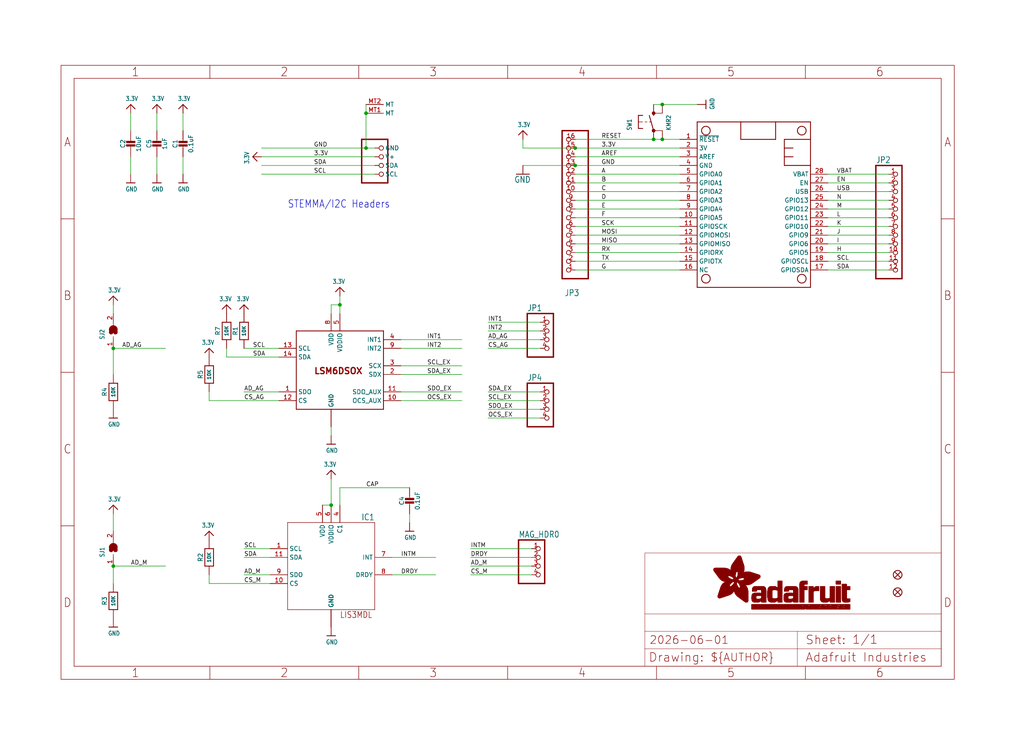
<source format=kicad_sch>
(kicad_sch (version 20230121) (generator eeschema)
  (paper "User" 298.45 217.322)
  (lib_symbols
    (symbol "working-eagle-import:3.3V" (power)
      (property "Value" "3.3V" (at -1.524 1.016 0))
      (symbol "3.3V_1_0"
        (pin power_in line (at 0 -2.54 90) (length 2.54) (name "3.3V") (number "1"))
      )
    )
    (symbol "working-eagle-import:CAP_CERAMIC0603_NO"
      (property "Reference" "C" (at -2.29 1.25 90))
      (symbol "CAP_CERAMIC0603_NO_1_0"
        (pin passive line (at 0 5.08 270) (length 2.54) (name "1") (number "1"))
        (pin passive line (at 0 -2.54 90) (length 2.54) (name "2") (number "2"))
      )
    )
    (symbol "working-eagle-import:CAP_CERAMIC0805-NOOUTLINE"
      (property "Reference" "C" (at -2.29 1.25 90))
      (symbol "CAP_CERAMIC0805-NOOUTLINE_1_0"
        (pin passive line (at 0 5.08 270) (length 2.54) (name "1") (number "1"))
        (pin passive line (at 0 -2.54 90) (length 2.54) (name "2") (number "2"))
      )
    )
    (symbol "working-eagle-import:FEATHERWING"
      (symbol "FEATHERWING_1_0"
        (pin input line (at 5.08 -5.08 90) (length 5.08) (name "~{RESET}") (number "1"))
        (pin bidirectional line (at 27.94 -5.08 90) (length 5.08) (name "GPIOA5") (number "10"))
        (pin bidirectional line (at 30.48 -5.08 90) (length 5.08) (name "GPIOSCK") (number "11"))
        (pin bidirectional line (at 33.02 -5.08 90) (length 5.08) (name "GPIOMOSI") (number "12"))
        (pin bidirectional line (at 35.56 -5.08 90) (length 5.08) (name "GPIOMISO") (number "13"))
        (pin bidirectional line (at 38.1 -5.08 90) (length 5.08) (name "GPIORX") (number "14"))
        (pin bidirectional line (at 40.64 -5.08 90) (length 5.08) (name "GPIOTX") (number "15"))
        (pin passive line (at 43.18 -5.08 90) (length 5.08) (name "NC") (number "16"))
        (pin bidirectional line (at 43.18 38.1 270) (length 5.08) (name "GPIOSDA") (number "17"))
        (pin bidirectional line (at 40.64 38.1 270) (length 5.08) (name "GPIOSCL") (number "18"))
        (pin bidirectional line (at 38.1 38.1 270) (length 5.08) (name "GPIO5") (number "19"))
        (pin power_in line (at 7.62 -5.08 90) (length 5.08) (name "3V") (number "2"))
        (pin bidirectional line (at 35.56 38.1 270) (length 5.08) (name "GPIO6") (number "20"))
        (pin bidirectional line (at 33.02 38.1 270) (length 5.08) (name "GPIO9") (number "21"))
        (pin bidirectional line (at 30.48 38.1 270) (length 5.08) (name "GPIO10") (number "22"))
        (pin bidirectional line (at 27.94 38.1 270) (length 5.08) (name "GPIO11") (number "23"))
        (pin bidirectional line (at 25.4 38.1 270) (length 5.08) (name "GPIO12") (number "24"))
        (pin bidirectional line (at 22.86 38.1 270) (length 5.08) (name "GPIO13") (number "25"))
        (pin power_in line (at 20.32 38.1 270) (length 5.08) (name "USB") (number "26"))
        (pin passive line (at 17.78 38.1 270) (length 5.08) (name "EN") (number "27"))
        (pin power_in line (at 15.24 38.1 270) (length 5.08) (name "VBAT") (number "28"))
        (pin passive line (at 10.16 -5.08 90) (length 5.08) (name "AREF") (number "3"))
        (pin power_in line (at 12.7 -5.08 90) (length 5.08) (name "GND") (number "4"))
        (pin bidirectional line (at 15.24 -5.08 90) (length 5.08) (name "GPIOA0") (number "5"))
        (pin bidirectional line (at 17.78 -5.08 90) (length 5.08) (name "GPIOA1") (number "6"))
        (pin bidirectional line (at 20.32 -5.08 90) (length 5.08) (name "GPIOA2") (number "7"))
        (pin bidirectional line (at 22.86 -5.08 90) (length 5.08) (name "GPIOA3") (number "8"))
        (pin bidirectional line (at 25.4 -5.08 90) (length 5.08) (name "GPIOA4") (number "9"))
      )
    )
    (symbol "working-eagle-import:FIDUCIAL_1MM")
    (symbol "working-eagle-import:FRAME_A4_ADAFRUIT"
      (symbol "FRAME_A4_ADAFRUIT_1_0"
        (text "${#}/${##}" (at 230.505 10.16 0) (effects (font (size 2.54 2.54)) (justify left bottom)))
        (text "${AUTHOR}" (at 189.23 5.08 0) (effects (font (size 2.286 2.286)) (justify left bottom)))
        (text "${CURRENT_DATE}" (at 171.45 10.16 0) (effects (font (size 2.286 2.286)) (justify left bottom)))
        (text "${PROJECTNAME}" (at 171.45 15.24 0) (effects (font (size 2.54 2.54)) (justify left bottom)))
        (text "1" (at 21.6958 1.905 0) (effects (font (size 2.54 2.286))))
        (text "1" (at 21.6958 177.165 0) (effects (font (size 2.54 2.286))))
        (text "2" (at 65.0875 1.905 0) (effects (font (size 2.54 2.286))))
        (text "2" (at 65.0875 177.165 0) (effects (font (size 2.54 2.286))))
        (text "3" (at 108.4792 1.905 0) (effects (font (size 2.54 2.286))))
        (text "3" (at 108.4792 177.165 0) (effects (font (size 2.54 2.286))))
        (text "4" (at 151.8708 1.905 0) (effects (font (size 2.54 2.286))))
        (text "4" (at 151.8708 177.165 0) (effects (font (size 2.54 2.286))))
        (text "5" (at 195.2625 1.905 0) (effects (font (size 2.54 2.286))))
        (text "5" (at 195.2625 177.165 0) (effects (font (size 2.54 2.286))))
        (text "6" (at 238.6542 1.905 0) (effects (font (size 2.54 2.286))))
        (text "6" (at 238.6542 177.165 0) (effects (font (size 2.54 2.286))))
        (text "A" (at 1.905 156.6863 0) (effects (font (size 2.54 2.286))))
        (text "A" (at 258.445 156.6863 0) (effects (font (size 2.54 2.286))))
        (text "Adafruit Industries" (at 216.916 4.953 0) (effects (font (size 2.54 2.54)) (justify left bottom)))
        (text "B" (at 1.905 111.9188 0) (effects (font (size 2.54 2.286))))
        (text "B" (at 258.445 111.9188 0) (effects (font (size 2.54 2.286))))
        (text "C" (at 1.905 67.1513 0) (effects (font (size 2.54 2.286))))
        (text "C" (at 258.445 67.1513 0) (effects (font (size 2.54 2.286))))
        (text "D" (at 1.905 22.3838 0) (effects (font (size 2.54 2.286))))
        (text "D" (at 258.445 22.3838 0) (effects (font (size 2.54 2.286))))
        (text "Drawing:" (at 171.196 4.953 0) (effects (font (size 2.54 2.54)) (justify left bottom)))
        (text "Sheet:" (at 216.916 10.033 0) (effects (font (size 2.54 2.54)) (justify left bottom)))
      )
    )
    (symbol "working-eagle-import:GND" (power)
      (property "Value" "GND" (at -1.524 -2.54 0))
      (symbol "GND_1_0"
        (pin power_in line (at 0 2.54 270) (length 2.54) (name "GND") (number "1"))
      )
    )
    (symbol "working-eagle-import:HEADER-1X12"
      (property "Reference" "JP" (at -6.35 18.415 0))
      (symbol "HEADER-1X12_1_0"
        (pin passive inverted (at -2.54 15.24 0) (length 2.54) (name "1") (number "1"))
        (pin passive inverted (at -2.54 -7.62 0) (length 2.54) (name "10") (number "10"))
        (pin passive inverted (at -2.54 -10.16 0) (length 2.54) (name "11") (number "11"))
        (pin passive inverted (at -2.54 -12.7 0) (length 2.54) (name "12") (number "12"))
        (pin passive inverted (at -2.54 12.7 0) (length 2.54) (name "2") (number "2"))
        (pin passive inverted (at -2.54 10.16 0) (length 2.54) (name "3") (number "3"))
        (pin passive inverted (at -2.54 7.62 0) (length 2.54) (name "4") (number "4"))
        (pin passive inverted (at -2.54 5.08 0) (length 2.54) (name "5") (number "5"))
        (pin passive inverted (at -2.54 2.54 0) (length 2.54) (name "6") (number "6"))
        (pin passive inverted (at -2.54 0 0) (length 2.54) (name "7") (number "7"))
        (pin passive inverted (at -2.54 -2.54 0) (length 2.54) (name "8") (number "8"))
        (pin passive inverted (at -2.54 -5.08 0) (length 2.54) (name "9") (number "9"))
      )
    )
    (symbol "working-eagle-import:HEADER-1X16ROUND"
      (property "Reference" "JP" (at -6.35 20.955 0))
      (symbol "HEADER-1X16ROUND_1_0"
        (pin passive inverted (at -2.54 17.78 0) (length 2.54) (name "1") (number "1"))
        (pin passive inverted (at -2.54 -5.08 0) (length 2.54) (name "10") (number "10"))
        (pin passive inverted (at -2.54 -7.62 0) (length 2.54) (name "11") (number "11"))
        (pin passive inverted (at -2.54 -10.16 0) (length 2.54) (name "12") (number "12"))
        (pin passive inverted (at -2.54 -12.7 0) (length 2.54) (name "13") (number "13"))
        (pin passive inverted (at -2.54 -15.24 0) (length 2.54) (name "14") (number "14"))
        (pin passive inverted (at -2.54 -17.78 0) (length 2.54) (name "15") (number "15"))
        (pin passive inverted (at -2.54 -20.32 0) (length 2.54) (name "16") (number "16"))
        (pin passive inverted (at -2.54 15.24 0) (length 2.54) (name "2") (number "2"))
        (pin passive inverted (at -2.54 12.7 0) (length 2.54) (name "3") (number "3"))
        (pin passive inverted (at -2.54 10.16 0) (length 2.54) (name "4") (number "4"))
        (pin passive inverted (at -2.54 7.62 0) (length 2.54) (name "5") (number "5"))
        (pin passive inverted (at -2.54 5.08 0) (length 2.54) (name "6") (number "6"))
        (pin passive inverted (at -2.54 2.54 0) (length 2.54) (name "7") (number "7"))
        (pin passive inverted (at -2.54 0 0) (length 2.54) (name "8") (number "8"))
        (pin passive inverted (at -2.54 -2.54 0) (length 2.54) (name "9") (number "9"))
      )
    )
    (symbol "working-eagle-import:HEADER-1X4ROUND"
      (property "Reference" "JP" (at -6.35 8.255 0))
      (symbol "HEADER-1X4ROUND_1_0"
        (pin passive inverted (at -2.54 5.08 0) (length 2.54) (name "1") (number "1"))
        (pin passive inverted (at -2.54 2.54 0) (length 2.54) (name "2") (number "2"))
        (pin passive inverted (at -2.54 0 0) (length 2.54) (name "3") (number "3"))
        (pin passive inverted (at -2.54 -2.54 0) (length 2.54) (name "4") (number "4"))
      )
    )
    (symbol "working-eagle-import:LIS3MDL"
      (property "Reference" "IC" (at 12.7 15.24 0))
      (symbol "LIS3MDL_1_0"
        (text "LIS3MDL" (at 2.54 -15.24 0) (effects (font (size 1.778 1.5113)) (justify left bottom)))
        (pin input line (at -17.78 5.08 0) (length 5.08) (name "SCL") (number "1"))
        (pin input line (at -17.78 -5.08 0) (length 5.08) (name "CS") (number "10"))
        (pin bidirectional line (at -17.78 2.54 0) (length 5.08) (name "SDA") (number "11"))
        (pin power_in line (at 0 -17.78 90) (length 5.08) (name "GND") (number "12"))
        (pin power_in line (at 0 -17.78 90) (length 5.08) (name "GND") (number "2"))
        (pin power_in line (at 0 -17.78 90) (length 5.08) (name "GND") (number "3"))
        (pin input line (at 2.54 17.78 270) (length 5.08) (name "C1") (number "4"))
        (pin power_in line (at -2.54 17.78 270) (length 5.08) (name "VDD") (number "5"))
        (pin power_in line (at 0 17.78 270) (length 5.08) (name "VDDIO") (number "6"))
        (pin output line (at 17.78 2.54 180) (length 5.08) (name "INT") (number "7"))
        (pin output line (at 17.78 -2.54 180) (length 5.08) (name "DRDY") (number "8"))
        (pin bidirectional line (at -17.78 -2.54 0) (length 5.08) (name "SDO") (number "9"))
      )
    )
    (symbol "working-eagle-import:LSM6DSOX"
      (symbol "LSM6DSOX_1_0"
        (text "LSM6DSOX" (at -5.08 -2.54 0) (effects (font (size 1.778 1.778) (thickness 0.3556) bold) (justify left bottom)))
        (pin bidirectional line (at -15.24 -7.62 0) (length 5.08) (name "SDO") (number "1"))
        (pin bidirectional line (at 20.32 -10.16 180) (length 5.08) (name "OCS_AUX") (number "10"))
        (pin bidirectional line (at 20.32 -7.62 180) (length 5.08) (name "SDO_AUX") (number "11"))
        (pin bidirectional line (at -15.24 -10.16 0) (length 5.08) (name "CS") (number "12"))
        (pin bidirectional line (at -15.24 5.08 0) (length 5.08) (name "SCL") (number "13"))
        (pin bidirectional line (at -15.24 2.54 0) (length 5.08) (name "SDA") (number "14"))
        (pin bidirectional line (at 20.32 -2.54 180) (length 5.08) (name "SDX") (number "2"))
        (pin bidirectional line (at 20.32 0 180) (length 5.08) (name "SCX") (number "3"))
        (pin bidirectional line (at 20.32 7.62 180) (length 5.08) (name "INT1") (number "4"))
        (pin power_in line (at 2.54 15.24 270) (length 5.08) (name "VDDIO") (number "5"))
        (pin power_in line (at 0 -17.78 90) (length 5.08) (name "GND") (number "6"))
        (pin power_in line (at 0 -17.78 90) (length 5.08) (name "GND") (number "7"))
        (pin power_in line (at 0 15.24 270) (length 5.08) (name "VDD") (number "8"))
        (pin bidirectional line (at 20.32 5.08 180) (length 5.08) (name "INT2") (number "9"))
      )
    )
    (symbol "working-eagle-import:RESISTOR_0603_NOOUT"
      (property "Reference" "R" (at 0 2.54 0))
      (symbol "RESISTOR_0603_NOOUT_1_0"
        (pin passive line (at -5.08 0 0) (length 2.54) (name "1") (number "1"))
        (pin passive line (at 5.08 0 180) (length 2.54) (name "2") (number "2"))
      )
    )
    (symbol "working-eagle-import:SOLDERJUMPER"
      (property "Reference" "SJ" (at -2.54 2.54 0))
      (symbol "SOLDERJUMPER_1_0"
        (pin passive line (at -5.08 0 0) (length 2.54) (name "1") (number "1"))
        (pin passive line (at 5.08 0 180) (length 2.54) (name "2") (number "2"))
      )
    )
    (symbol "working-eagle-import:STEMMA_I2C_QT"
      (symbol "STEMMA_I2C_QT_1_0"
        (pin passive inverted (at 0 5.08 0) (length 2.54) (name "GND") (number "1"))
        (pin passive inverted (at 0 2.54 0) (length 2.54) (name "V+") (number "2"))
        (pin passive inverted (at 0 0 0) (length 2.54) (name "SDA") (number "3"))
        (pin passive inverted (at 0 -2.54 0) (length 2.54) (name "SCL") (number "4"))
      )
      (symbol "STEMMA_I2C_QT_2_0"
        (pin bidirectional line (at 0 0 0) (length 5.08) (name "MT") (number "MT1"))
      )
      (symbol "STEMMA_I2C_QT_3_0"
        (pin bidirectional line (at 0 0 0) (length 5.08) (name "MT") (number "MT2"))
      )
    )
    (symbol "working-eagle-import:SWITCH_TACT_SMT4.6X2.8"
      (property "Reference" "SW" (at -2.54 6.35 0))
      (symbol "SWITCH_TACT_SMT4.6X2.8_1_0"
        (pin passive line (at -5.08 0 0) (length 2.54) (name "P") (number "A"))
        (pin passive line (at -5.08 -2.54 0) (length 2.54) (name "P1") (number "A'"))
        (pin passive line (at 5.08 0 180) (length 2.54) (name "S") (number "B"))
        (pin passive line (at 5.08 -2.54 180) (length 2.54) (name "S1") (number "B'"))
      )
    )
    (symbol "working-eagle-import:supply1_GND" (power)
      (property "Value" "supply1_GND" (at -2.54 -2.54 0))
      (symbol "supply1_GND_1_0"
        (pin power_in line (at 0 2.54 270) (length 2.54) (name "GND") (number "1"))
      )
    )
  )
  (junction (at 167.64 48.26))
  (junction (at 167.64 43.18))
  (junction (at 99.06 88.9))
  (junction (at 193.04 40.64))
  (junction (at 193.04 30.48))
  (junction (at 106.68 43.18))
  (junction (at 33.02 101.6))
  (junction (at 190.5 40.64))
  (junction (at 33.02 165.1))
  (junction (at 106.68 33.02))
  (junction (at 96.52 147.32))
  (wire (pts (xy 134.62 109.22) (xy 116.84 109.22)) (stroke (width 0.1524)))
  (wire (pts (xy 154.94 160.02) (xy 137.16 160.02)) (stroke (width 0.1524)))
  (wire (pts (xy 154.94 165.1) (xy 137.16 165.1)) (stroke (width 0.1524)))
  (wire (pts (xy 142.24 96.52) (xy 157.48 96.52)) (stroke (width 0.1524)))
  (wire (pts (xy 167.64 55.88) (xy 198.12 55.88)) (stroke (width 0.1524)))
  (wire (pts (xy 259.08 76.2) (xy 241.3 76.2)) (stroke (width 0.1524)))
  (wire (pts (xy 38.1 38.1) (xy 38.1 33.02)) (stroke (width 0.1524)))
  (wire (pts (xy 99.06 91.44) (xy 99.06 88.9)) (stroke (width 0.1524)))
  (wire (pts (xy 109.22 43.18) (xy 106.68 43.18)) (stroke (width 0.1524)))
  (wire (pts (xy 259.08 71.12) (xy 241.3 71.12)) (stroke (width 0.1524)))
  (wire (pts (xy 167.64 66.04) (xy 198.12 66.04)) (stroke (width 0.1524)))
  (wire (pts (xy 167.64 43.18) (xy 152.4 43.18)) (stroke (width 0.1524)))
  (wire (pts (xy 99.06 142.24) (xy 119.38 142.24)) (stroke (width 0.1524)))
  (wire (pts (xy 167.64 48.26) (xy 152.4 48.26)) (stroke (width 0.1524)))
  (wire (pts (xy 33.02 101.6) (xy 48.26 101.6)) (stroke (width 0.1524)))
  (wire (pts (xy 157.48 119.38) (xy 142.24 119.38)) (stroke (width 0.1524)))
  (wire (pts (xy 167.64 71.12) (xy 198.12 71.12)) (stroke (width 0.1524)))
  (wire (pts (xy 53.34 33.02) (xy 53.34 38.1)) (stroke (width 0.1524)))
  (wire (pts (xy 193.04 40.64) (xy 198.12 40.64)) (stroke (width 0.1524)))
  (wire (pts (xy 116.84 106.68) (xy 134.62 106.68)) (stroke (width 0.1524)))
  (wire (pts (xy 33.02 91.44) (xy 33.02 88.9)) (stroke (width 0.1524)))
  (wire (pts (xy 167.64 76.2) (xy 198.12 76.2)) (stroke (width 0.1524)))
  (wire (pts (xy 154.94 167.64) (xy 137.16 167.64)) (stroke (width 0.1524)))
  (wire (pts (xy 99.06 88.9) (xy 99.06 86.36)) (stroke (width 0.1524)))
  (wire (pts (xy 190.5 40.64) (xy 193.04 40.64)) (stroke (width 0.1524)))
  (wire (pts (xy 78.74 170.18) (xy 60.96 170.18)) (stroke (width 0.1524)))
  (wire (pts (xy 60.96 116.84) (xy 60.96 114.3)) (stroke (width 0.1524)))
  (wire (pts (xy 167.64 45.72) (xy 198.12 45.72)) (stroke (width 0.1524)))
  (wire (pts (xy 157.48 93.98) (xy 142.24 93.98)) (stroke (width 0.1524)))
  (wire (pts (xy 157.48 99.06) (xy 142.24 99.06)) (stroke (width 0.1524)))
  (wire (pts (xy 119.38 149.86) (xy 119.38 152.4)) (stroke (width 0.1524)))
  (wire (pts (xy 142.24 121.92) (xy 157.48 121.92)) (stroke (width 0.1524)))
  (wire (pts (xy 96.52 124.46) (xy 96.52 127)) (stroke (width 0.1524)))
  (wire (pts (xy 167.64 53.34) (xy 198.12 53.34)) (stroke (width 0.1524)))
  (wire (pts (xy 106.68 30.48) (xy 106.68 33.02)) (stroke (width 0.1524)))
  (wire (pts (xy 116.84 116.84) (xy 134.62 116.84)) (stroke (width 0.1524)))
  (wire (pts (xy 137.16 162.56) (xy 154.94 162.56)) (stroke (width 0.1524)))
  (wire (pts (xy 127 167.64) (xy 114.3 167.64)) (stroke (width 0.1524)))
  (wire (pts (xy 93.98 147.32) (xy 96.52 147.32)) (stroke (width 0.1524)))
  (wire (pts (xy 259.08 55.88) (xy 241.3 55.88)) (stroke (width 0.1524)))
  (wire (pts (xy 142.24 101.6) (xy 157.48 101.6)) (stroke (width 0.1524)))
  (wire (pts (xy 78.74 160.02) (xy 71.12 160.02)) (stroke (width 0.1524)))
  (wire (pts (xy 259.08 66.04) (xy 241.3 66.04)) (stroke (width 0.1524)))
  (wire (pts (xy 259.08 60.96) (xy 241.3 60.96)) (stroke (width 0.1524)))
  (wire (pts (xy 152.4 43.18) (xy 152.4 40.64)) (stroke (width 0.1524)))
  (wire (pts (xy 167.64 43.18) (xy 198.12 43.18)) (stroke (width 0.1524)))
  (wire (pts (xy 259.08 58.42) (xy 241.3 58.42)) (stroke (width 0.1524)))
  (wire (pts (xy 71.12 101.6) (xy 81.28 101.6)) (stroke (width 0.1524)))
  (wire (pts (xy 259.08 78.74) (xy 241.3 78.74)) (stroke (width 0.1524)))
  (wire (pts (xy 114.3 162.56) (xy 127 162.56)) (stroke (width 0.1524)))
  (wire (pts (xy 96.52 88.9) (xy 96.52 91.44)) (stroke (width 0.1524)))
  (wire (pts (xy 76.2 45.72) (xy 109.22 45.72)) (stroke (width 0.1524)))
  (wire (pts (xy 33.02 109.22) (xy 33.02 101.6)) (stroke (width 0.1524)))
  (wire (pts (xy 78.74 167.64) (xy 71.12 167.64)) (stroke (width 0.1524)))
  (wire (pts (xy 157.48 114.3) (xy 142.24 114.3)) (stroke (width 0.1524)))
  (wire (pts (xy 76.2 50.8) (xy 109.22 50.8)) (stroke (width 0.1524)))
  (wire (pts (xy 193.04 30.48) (xy 203.2 30.48)) (stroke (width 0.1524)))
  (wire (pts (xy 96.52 88.9) (xy 99.06 88.9)) (stroke (width 0.1524)))
  (wire (pts (xy 106.68 43.18) (xy 76.2 43.18)) (stroke (width 0.1524)))
  (wire (pts (xy 167.64 63.5) (xy 198.12 63.5)) (stroke (width 0.1524)))
  (wire (pts (xy 167.64 40.64) (xy 190.5 40.64)) (stroke (width 0.1524)))
  (wire (pts (xy 33.02 149.86) (xy 33.02 154.94)) (stroke (width 0.1524)))
  (wire (pts (xy 33.02 165.1) (xy 48.26 165.1)) (stroke (width 0.1524)))
  (wire (pts (xy 81.28 116.84) (xy 60.96 116.84)) (stroke (width 0.1524)))
  (wire (pts (xy 53.34 45.72) (xy 53.34 50.8)) (stroke (width 0.1524)))
  (wire (pts (xy 96.52 147.32) (xy 96.52 139.7)) (stroke (width 0.1524)))
  (wire (pts (xy 99.06 147.32) (xy 99.06 142.24)) (stroke (width 0.1524)))
  (wire (pts (xy 81.28 104.14) (xy 66.04 104.14)) (stroke (width 0.1524)))
  (wire (pts (xy 81.28 114.3) (xy 71.12 114.3)) (stroke (width 0.1524)))
  (wire (pts (xy 60.96 167.64) (xy 60.96 170.18)) (stroke (width 0.1524)))
  (wire (pts (xy 71.12 162.56) (xy 78.74 162.56)) (stroke (width 0.1524)))
  (wire (pts (xy 167.64 78.74) (xy 198.12 78.74)) (stroke (width 0.1524)))
  (wire (pts (xy 190.5 30.48) (xy 193.04 30.48)) (stroke (width 0.1524)))
  (wire (pts (xy 259.08 53.34) (xy 241.3 53.34)) (stroke (width 0.1524)))
  (wire (pts (xy 38.1 45.72) (xy 38.1 50.8)) (stroke (width 0.1524)))
  (wire (pts (xy 45.72 45.72) (xy 45.72 50.8)) (stroke (width 0.1524)))
  (wire (pts (xy 167.64 58.42) (xy 198.12 58.42)) (stroke (width 0.1524)))
  (wire (pts (xy 167.64 50.8) (xy 198.12 50.8)) (stroke (width 0.1524)))
  (wire (pts (xy 116.84 114.3) (xy 134.62 114.3)) (stroke (width 0.1524)))
  (wire (pts (xy 167.64 68.58) (xy 198.12 68.58)) (stroke (width 0.1524)))
  (wire (pts (xy 106.68 33.02) (xy 106.68 43.18)) (stroke (width 0.1524)))
  (wire (pts (xy 142.24 116.84) (xy 157.48 116.84)) (stroke (width 0.1524)))
  (wire (pts (xy 134.62 101.6) (xy 116.84 101.6)) (stroke (width 0.1524)))
  (wire (pts (xy 167.64 60.96) (xy 198.12 60.96)) (stroke (width 0.1524)))
  (wire (pts (xy 259.08 50.8) (xy 241.3 50.8)) (stroke (width 0.1524)))
  (wire (pts (xy 109.22 48.26) (xy 76.2 48.26)) (stroke (width 0.1524)))
  (wire (pts (xy 259.08 63.5) (xy 241.3 63.5)) (stroke (width 0.1524)))
  (wire (pts (xy 116.84 99.06) (xy 134.62 99.06)) (stroke (width 0.1524)))
  (wire (pts (xy 66.04 104.14) (xy 66.04 101.6)) (stroke (width 0.1524)))
  (wire (pts (xy 167.64 73.66) (xy 198.12 73.66)) (stroke (width 0.1524)))
  (wire (pts (xy 33.02 165.1) (xy 33.02 170.18)) (stroke (width 0.1524)))
  (wire (pts (xy 259.08 73.66) (xy 241.3 73.66)) (stroke (width 0.1524)))
  (wire (pts (xy 167.64 48.26) (xy 198.12 48.26)) (stroke (width 0.1524)))
  (wire (pts (xy 45.72 38.1) (xy 45.72 33.02)) (stroke (width 0.1524)))
  (wire (pts (xy 259.08 68.58) (xy 241.3 68.58)) (stroke (width 0.1524)))
  (text "STEMMA/I2C Headers" (at 83.82 60.96 0) (effects (font (size 2.1844 1.8567)) (justify left bottom)))
  (label "GND" (at 175.26 48.26 0) (effects (font (size 1.2446 1.2446))))
  (label "L" (at 243.84 63.5 0) (effects (font (size 1.2446 1.2446))))
  (label "SCL" (at 71.12 160.02 0) (effects (font (size 1.2446 1.2446))))
  (label "MOSI" (at 175.26 68.58 0) (effects (font (size 1.2446 1.2446))))
  (label "DRDY" (at 116.84 167.64 0) (effects (font (size 1.2446 1.2446))))
  (label "M" (at 243.84 60.96 0) (effects (font (size 1.2446 1.2446))))
  (label "AD_AG" (at 71.12 114.3 0) (effects (font (size 1.2446 1.2446))))
  (label "INT2" (at 124.46 101.6 0) (effects (font (size 1.2446 1.2446))))
  (label "SCL_EX" (at 142.24 116.84 0) (effects (font (size 1.2446 1.2446))))
  (label "RESET" (at 175.26 40.64 0) (effects (font (size 1.2446 1.2446))))
  (label "USB" (at 243.84 55.88 0) (effects (font (size 1.2446 1.2446))))
  (label "SCL" (at 243.84 76.2 0) (effects (font (size 1.2446 1.2446))))
  (label "AD_AG" (at 142.24 99.06 0) (effects (font (size 1.2446 1.2446))))
  (label "SCL" (at 91.44 50.8 0) (effects (font (size 1.2446 1.2446))))
  (label "SCL_EX" (at 124.46 106.68 0) (effects (font (size 1.2446 1.2446))))
  (label "C" (at 175.26 55.88 0) (effects (font (size 1.2446 1.2446))))
  (label "B" (at 175.26 53.34 0) (effects (font (size 1.2446 1.2446))))
  (label "TX" (at 175.26 76.2 0) (effects (font (size 1.2446 1.2446))))
  (label "AREF" (at 175.26 45.72 0) (effects (font (size 1.2446 1.2446))))
  (label "SDA" (at 243.84 78.74 0) (effects (font (size 1.2446 1.2446))))
  (label "SDA_EX" (at 124.46 109.22 0) (effects (font (size 1.2446 1.2446))))
  (label "J" (at 243.84 68.58 0) (effects (font (size 1.2446 1.2446))))
  (label "SCL" (at 73.66 101.6 0) (effects (font (size 1.2446 1.2446))))
  (label "3.3V" (at 91.44 45.72 0) (effects (font (size 1.2446 1.2446))))
  (label "N" (at 243.84 58.42 0) (effects (font (size 1.2446 1.2446))))
  (label "INTM" (at 137.16 160.02 0) (effects (font (size 1.2446 1.2446))))
  (label "D" (at 175.26 58.42 0) (effects (font (size 1.2446 1.2446))))
  (label "MISO" (at 175.26 71.12 0) (effects (font (size 1.2446 1.2446))))
  (label "AD_AG" (at 35.56 101.6 0) (effects (font (size 1.2446 1.2446))))
  (label "INT1" (at 142.24 93.98 0) (effects (font (size 1.2446 1.2446))))
  (label "DRDY" (at 137.16 162.56 0) (effects (font (size 1.2446 1.2446))))
  (label "E" (at 175.26 60.96 0) (effects (font (size 1.2446 1.2446))))
  (label "GND" (at 91.44 43.18 0) (effects (font (size 1.2446 1.2446))))
  (label "G" (at 175.26 78.74 0) (effects (font (size 1.2446 1.2446))))
  (label "CS_AG" (at 71.12 116.84 0) (effects (font (size 1.2446 1.2446))))
  (label "CS_AG" (at 142.24 101.6 0) (effects (font (size 1.2446 1.2446))))
  (label "OCS_EX" (at 124.46 116.84 0) (effects (font (size 1.2446 1.2446))))
  (label "CS_M" (at 71.12 170.18 0) (effects (font (size 1.2446 1.2446))))
  (label "3.3V" (at 175.26 43.18 0) (effects (font (size 1.2446 1.2446))))
  (label "K" (at 243.84 66.04 0) (effects (font (size 1.2446 1.2446))))
  (label "SDA_EX" (at 142.24 114.3 0) (effects (font (size 1.2446 1.2446))))
  (label "OCS_EX" (at 142.24 121.92 0) (effects (font (size 1.2446 1.2446))))
  (label "SDA" (at 71.12 162.56 0) (effects (font (size 1.2446 1.2446))))
  (label "INT1" (at 124.46 99.06 0) (effects (font (size 1.2446 1.2446))))
  (label "CS_M" (at 137.16 167.64 0) (effects (font (size 1.2446 1.2446))))
  (label "SDA" (at 91.44 48.26 0) (effects (font (size 1.2446 1.2446))))
  (label "SDA" (at 73.66 104.14 0) (effects (font (size 1.2446 1.2446))))
  (label "I" (at 243.84 71.12 0) (effects (font (size 1.2446 1.2446))))
  (label "H" (at 243.84 73.66 0) (effects (font (size 1.2446 1.2446))))
  (label "SDO_EX" (at 124.46 114.3 0) (effects (font (size 1.2446 1.2446))))
  (label "A" (at 175.26 50.8 0) (effects (font (size 1.2446 1.2446))))
  (label "AD_M" (at 137.16 165.1 0) (effects (font (size 1.2446 1.2446))))
  (label "EN" (at 243.84 53.34 0) (effects (font (size 1.2446 1.2446))))
  (label "VBAT" (at 243.84 50.8 0) (effects (font (size 1.2446 1.2446))))
  (label "AD_M" (at 71.12 167.64 0) (effects (font (size 1.2446 1.2446))))
  (label "RX" (at 175.26 73.66 0) (effects (font (size 1.2446 1.2446))))
  (label "AD_M" (at 38.1 165.1 0) (effects (font (size 1.2446 1.2446))))
  (label "SDO_EX" (at 142.24 119.38 0) (effects (font (size 1.2446 1.2446))))
  (label "CAP" (at 106.68 142.24 0) (effects (font (size 1.2446 1.2446))))
  (label "F" (at 175.26 63.5 0) (effects (font (size 1.2446 1.2446))))
  (label "SCK" (at 175.26 66.04 0) (effects (font (size 1.2446 1.2446))))
  (label "INTM" (at 116.84 162.56 0) (effects (font (size 1.2446 1.2446))))
  (label "INT2" (at 142.24 96.52 0) (effects (font (size 1.2446 1.2446))))
  (symbol (lib_id "working-eagle-import:LIS3MDL") (at 96.52 165.1 0) (unit 1)
    (property "Reference" "IC1" (at 109.22 149.86 0) (effects (font (size 1.778 1.5113)) (justify right top)))
    (property "Value" "LIS3MDL" (effects hide))
    (property "Footprint" "working:LGA12_2X2MM" (effects hide))
  )
  (symbol (lib_id "working-eagle-import:HEADER-1X4ROUND") (at 157.48 165.1 0) (unit 1)
    (property "Reference" "MAG_HDR0" (at 151.13 156.845 0) (effects (font (size 1.778 1.5113)) (justify left bottom)))
    (property "Value" "HEADER-1X4ROUND" (effects hide))
    (property "Footprint" "working:1X04_ROUND" (effects hide))
  )
  (symbol (lib_id "working-eagle-import:3.3V") (at 60.96 154.94 0) (mirror y) (unit 1)
    (property "Reference" "#U$1" (effects hide))
    (property "Value" "3.3V" (at 62.484 153.924 0) (effects (font (size 1.27 1.0795)) (justify left bottom)))
  )
  (symbol (lib_id "working-eagle-import:SOLDERJUMPER") (at 33.02 96.52 90) (unit 1)
    (property "Reference" "SJ2" (at 30.48 99.06 0) (effects (font (size 1.27 1.0795)) (justify left bottom)))
    (property "Value" "SOLDERJUMPER" (effects hide))
    (property "Footprint" "working:SOLDERJUMPER_ARROW_NOPASTE" (effects hide))
  )
  (symbol (lib_id "working-eagle-import:LSM6DSOX") (at 96.52 106.68 0) (unit 1)
    (property "Reference" "U$35" (effects hide))
    (property "Value" "LSM6DSOX" (effects hide))
    (property "Footprint" "working:LGA-14L" (effects hide))
  )
  (symbol (lib_id "working-eagle-import:STEMMA_I2C_QT") (at 106.68 30.48 0) (unit 3)
    (property "Reference" "CONN4" (effects hide))
    (property "Value" "STEMMA_I2C_QT" (effects hide))
    (property "Footprint" "working:JST_SH4" (effects hide))
  )
  (symbol (lib_id "working-eagle-import:SWITCH_TACT_SMT4.6X2.8") (at 190.5 35.56 90) (unit 1)
    (property "Reference" "SW1" (at 184.15 38.1 0) (effects (font (size 1.27 1.0795)) (justify left bottom)))
    (property "Value" "KMR2" (at 195.58 38.1 0) (effects (font (size 1.27 1.0795)) (justify left bottom)))
    (property "Footprint" "working:BTN_KMR2_4.6X2.8" (effects hide))
  )
  (symbol (lib_id "working-eagle-import:FRAME_A4_ADAFRUIT") (at 17.78 198.12 0) (unit 1)
    (property "Reference" "#U$18" (effects hide))
    (property "Value" "FRAME_A4_ADAFRUIT" (effects hide))
  )
  (symbol (lib_id "working-eagle-import:3.3V") (at 71.12 88.9 0) (mirror y) (unit 1)
    (property "Reference" "#U$7" (effects hide))
    (property "Value" "3.3V" (at 72.644 87.884 0) (effects (font (size 1.27 1.0795)) (justify left bottom)))
  )
  (symbol (lib_id "working-eagle-import:STEMMA_I2C_QT") (at 109.22 48.26 0) (unit 1)
    (property "Reference" "CONN4" (effects hide))
    (property "Value" "STEMMA_I2C_QT" (effects hide))
    (property "Footprint" "working:JST_SH4" (effects hide))
  )
  (symbol (lib_id "working-eagle-import:HEADER-1X12") (at 261.62 66.04 0) (unit 1)
    (property "Reference" "JP2" (at 255.27 47.625 0) (effects (font (size 1.778 1.5113)) (justify left bottom)))
    (property "Value" "HEADER-1X12" (effects hide))
    (property "Footprint" "working:1X12_ROUND" (effects hide))
  )
  (symbol (lib_id "working-eagle-import:RESISTOR_0603_NOOUT") (at 33.02 114.3 90) (unit 1)
    (property "Reference" "R4" (at 30.48 114.3 0))
    (property "Value" "10K" (at 33.02 114.3 0) (effects (font (size 1.016 1.016) bold)))
    (property "Footprint" "working:0603-NO" (effects hide))
  )
  (symbol (lib_id "working-eagle-import:RESISTOR_0603_NOOUT") (at 66.04 96.52 90) (unit 1)
    (property "Reference" "R7" (at 63.5 96.52 0))
    (property "Value" "10K" (at 66.04 96.52 0) (effects (font (size 1.016 1.016) bold)))
    (property "Footprint" "working:0603-NO" (effects hide))
  )
  (symbol (lib_id "working-eagle-import:3.3V") (at 99.06 83.82 0) (mirror y) (unit 1)
    (property "Reference" "#U$28" (effects hide))
    (property "Value" "3.3V" (at 100.584 82.804 0) (effects (font (size 1.27 1.0795)) (justify left bottom)))
  )
  (symbol (lib_id "working-eagle-import:CAP_CERAMIC0603_NO") (at 53.34 43.18 0) (unit 1)
    (property "Reference" "C1" (at 51.05 41.93 90))
    (property "Value" "0.1uF" (at 55.64 41.93 90))
    (property "Footprint" "working:0603-NO" (effects hide))
  )
  (symbol (lib_id "working-eagle-import:CAP_CERAMIC0603_NO") (at 119.38 147.32 0) (unit 1)
    (property "Reference" "C4" (at 117.09 146.07 90))
    (property "Value" "0.1uF" (at 121.68 146.07 90))
    (property "Footprint" "working:0603-NO" (effects hide))
  )
  (symbol (lib_id "working-eagle-import:HEADER-1X4ROUND") (at 160.02 119.38 0) (unit 1)
    (property "Reference" "JP4" (at 153.67 111.125 0) (effects (font (size 1.778 1.5113)) (justify left bottom)))
    (property "Value" "HEADER-1X4ROUND" (effects hide))
    (property "Footprint" "working:1X04_ROUND" (effects hide))
  )
  (symbol (lib_id "working-eagle-import:GND") (at 53.34 53.34 0) (unit 1)
    (property "Reference" "#U$6" (effects hide))
    (property "Value" "GND" (at 51.816 55.88 0) (effects (font (size 1.27 1.0795)) (justify left bottom)))
  )
  (symbol (lib_id "working-eagle-import:GND") (at 33.02 121.92 0) (unit 1)
    (property "Reference" "#U$8" (effects hide))
    (property "Value" "GND" (at 31.496 124.46 0) (effects (font (size 1.27 1.0795)) (justify left bottom)))
  )
  (symbol (lib_id "working-eagle-import:3.3V") (at 53.34 30.48 0) (unit 1)
    (property "Reference" "#U$14" (effects hide))
    (property "Value" "3.3V" (at 51.816 29.464 0) (effects (font (size 1.27 1.0795)) (justify left bottom)))
  )
  (symbol (lib_id "working-eagle-import:STEMMA_I2C_QT") (at 106.68 33.02 0) (unit 2)
    (property "Reference" "CONN4" (effects hide))
    (property "Value" "STEMMA_I2C_QT" (effects hide))
    (property "Footprint" "working:JST_SH4" (effects hide))
  )
  (symbol (lib_id "working-eagle-import:RESISTOR_0603_NOOUT") (at 33.02 175.26 90) (unit 1)
    (property "Reference" "R3" (at 30.48 175.26 0))
    (property "Value" "10K" (at 33.02 175.26 0) (effects (font (size 1.016 1.016) bold)))
    (property "Footprint" "working:0603-NO" (effects hide))
  )
  (symbol (lib_id "working-eagle-import:3.3V") (at 45.72 30.48 0) (unit 1)
    (property "Reference" "#U$22" (effects hide))
    (property "Value" "3.3V" (at 44.196 29.464 0) (effects (font (size 1.27 1.0795)) (justify left bottom)))
  )
  (symbol (lib_id "working-eagle-import:RESISTOR_0603_NOOUT") (at 71.12 96.52 90) (unit 1)
    (property "Reference" "R1" (at 68.58 96.52 0))
    (property "Value" "10K" (at 71.12 96.52 0) (effects (font (size 1.016 1.016) bold)))
    (property "Footprint" "working:0603-NO" (effects hide))
  )
  (symbol (lib_id "working-eagle-import:3.3V") (at 96.52 137.16 0) (mirror y) (unit 1)
    (property "Reference" "#U$4" (effects hide))
    (property "Value" "3.3V" (at 98.044 136.144 0) (effects (font (size 1.27 1.0795)) (justify left bottom)))
  )
  (symbol (lib_id "working-eagle-import:3.3V") (at 152.4 38.1 0) (unit 1)
    (property "Reference" "#U$40" (effects hide))
    (property "Value" "3.3V" (at 150.876 37.084 0) (effects (font (size 1.27 1.0795)) (justify left bottom)))
  )
  (symbol (lib_id "working-eagle-import:GND") (at 96.52 129.54 0) (unit 1)
    (property "Reference" "#U$12" (effects hide))
    (property "Value" "GND" (at 94.996 132.08 0) (effects (font (size 1.27 1.0795)) (justify left bottom)))
  )
  (symbol (lib_id "working-eagle-import:RESISTOR_0603_NOOUT") (at 60.96 109.22 90) (unit 1)
    (property "Reference" "R5" (at 58.42 109.22 0))
    (property "Value" "10K" (at 60.96 109.22 0) (effects (font (size 1.016 1.016) bold)))
    (property "Footprint" "working:0603-NO" (effects hide))
  )
  (symbol (lib_id "working-eagle-import:GND") (at 119.38 154.94 0) (unit 1)
    (property "Reference" "#U$9" (effects hide))
    (property "Value" "GND" (at 117.856 157.48 0) (effects (font (size 1.27 1.0795)) (justify left bottom)))
  )
  (symbol (lib_id "working-eagle-import:3.3V") (at 60.96 101.6 0) (mirror y) (unit 1)
    (property "Reference" "#U$3" (effects hide))
    (property "Value" "3.3V" (at 62.484 100.584 0) (effects (font (size 1.27 1.0795)) (justify left bottom)))
  )
  (symbol (lib_id "working-eagle-import:GND") (at 205.74 30.48 90) (unit 1)
    (property "Reference" "#U$46" (effects hide))
    (property "Value" "GND" (at 208.28 32.004 0) (effects (font (size 1.27 1.0795)) (justify left bottom)))
  )
  (symbol (lib_id "working-eagle-import:GND") (at 33.02 182.88 0) (unit 1)
    (property "Reference" "#U$11" (effects hide))
    (property "Value" "GND" (at 31.496 185.42 0) (effects (font (size 1.27 1.0795)) (justify left bottom)))
  )
  (symbol (lib_id "working-eagle-import:HEADER-1X4ROUND") (at 160.02 99.06 0) (unit 1)
    (property "Reference" "JP1" (at 153.67 90.805 0) (effects (font (size 1.778 1.5113)) (justify left bottom)))
    (property "Value" "HEADER-1X4ROUND" (effects hide))
    (property "Footprint" "working:1X04_ROUND" (effects hide))
  )
  (symbol (lib_id "working-eagle-import:3.3V") (at 33.02 86.36 0) (unit 1)
    (property "Reference" "#U$34" (effects hide))
    (property "Value" "3.3V" (at 31.496 85.344 0) (effects (font (size 1.27 1.0795)) (justify left bottom)))
  )
  (symbol (lib_id "working-eagle-import:3.3V") (at 38.1 30.48 0) (unit 1)
    (property "Reference" "#U$15" (effects hide))
    (property "Value" "3.3V" (at 36.576 29.464 0) (effects (font (size 1.27 1.0795)) (justify left bottom)))
  )
  (symbol (lib_id "working-eagle-import:3.3V") (at 66.04 88.9 0) (mirror y) (unit 1)
    (property "Reference" "#U$10" (effects hide))
    (property "Value" "3.3V" (at 67.564 87.884 0) (effects (font (size 1.27 1.0795)) (justify left bottom)))
  )
  (symbol (lib_id "working-eagle-import:HEADER-1X16ROUND") (at 165.1 60.96 180) (unit 1)
    (property "Reference" "JP3" (at 168.91 84.455 0) (effects (font (size 1.778 1.5113)) (justify left bottom)))
    (property "Value" "HEADER-1X16ROUND" (effects hide))
    (property "Footprint" "working:1X16_ROUND" (effects hide))
  )
  (symbol (lib_id "working-eagle-import:FEATHERWING") (at 203.2 35.56 270) (unit 1)
    (property "Reference" "MS1" (effects hide))
    (property "Value" "FEATHERWING" (effects hide))
    (property "Footprint" "working:FEATHERWING" (effects hide))
  )
  (symbol (lib_id "working-eagle-import:CAP_CERAMIC0805-NOOUTLINE") (at 38.1 43.18 0) (unit 1)
    (property "Reference" "C2" (at 35.81 41.93 90))
    (property "Value" "10uF" (at 40.4 41.93 90))
    (property "Footprint" "working:0805-NO" (effects hide))
  )
  (symbol (lib_id "working-eagle-import:3.3V") (at 73.66 45.72 90) (mirror x) (unit 1)
    (property "Reference" "#U$5" (effects hide))
    (property "Value" "3.3V" (at 72.644 44.196 0) (effects (font (size 1.27 1.0795)) (justify left bottom)))
  )
  (symbol (lib_id "working-eagle-import:GND") (at 38.1 53.34 0) (unit 1)
    (property "Reference" "#U$16" (effects hide))
    (property "Value" "GND" (at 36.576 55.88 0) (effects (font (size 1.27 1.0795)) (justify left bottom)))
  )
  (symbol (lib_id "working-eagle-import:GND") (at 96.52 185.42 0) (unit 1)
    (property "Reference" "#U$2" (effects hide))
    (property "Value" "GND" (at 94.996 187.96 0) (effects (font (size 1.27 1.0795)) (justify left bottom)))
  )
  (symbol (lib_id "working-eagle-import:3.3V") (at 33.02 147.32 0) (unit 1)
    (property "Reference" "#U$33" (effects hide))
    (property "Value" "3.3V" (at 31.496 146.304 0) (effects (font (size 1.27 1.0795)) (justify left bottom)))
  )
  (symbol (lib_id "working-eagle-import:FIDUCIAL_1MM") (at 261.62 167.64 0) (unit 1)
    (property "Reference" "FID2" (effects hide))
    (property "Value" "FIDUCIAL_1MM" (effects hide))
    (property "Footprint" "working:FIDUCIAL_1MM" (effects hide))
  )
  (symbol (lib_id "working-eagle-import:GND") (at 45.72 53.34 0) (unit 1)
    (property "Reference" "#U$27" (effects hide))
    (property "Value" "GND" (at 44.196 55.88 0) (effects (font (size 1.27 1.0795)) (justify left bottom)))
  )
  (symbol (lib_id "working-eagle-import:CAP_CERAMIC0603_NO") (at 45.72 43.18 0) (unit 1)
    (property "Reference" "C5" (at 43.43 41.93 90))
    (property "Value" "1uF" (at 48.02 41.93 90))
    (property "Footprint" "working:0603-NO" (effects hide))
  )
  (symbol (lib_id "working-eagle-import:supply1_GND") (at 152.4 50.8 0) (unit 1)
    (property "Reference" "#GND1" (effects hide))
    (property "Value" "GND" (at 149.86 53.34 0) (effects (font (size 1.778 1.5113)) (justify left bottom)))
  )
  (symbol (lib_id "working-eagle-import:SOLDERJUMPER") (at 33.02 160.02 90) (unit 1)
    (property "Reference" "SJ1" (at 30.48 162.56 0) (effects (font (size 1.27 1.0795)) (justify left bottom)))
    (property "Value" "SOLDERJUMPER" (effects hide))
    (property "Footprint" "working:SOLDERJUMPER_ARROW_NOPASTE" (effects hide))
  )
  (symbol (lib_id "working-eagle-import:RESISTOR_0603_NOOUT") (at 60.96 162.56 90) (unit 1)
    (property "Reference" "R2" (at 58.42 162.56 0))
    (property "Value" "10K" (at 60.96 162.56 0) (effects (font (size 1.016 1.016) bold)))
    (property "Footprint" "working:0603-NO" (effects hide))
  )
  (symbol (lib_id "working-eagle-import:FIDUCIAL_1MM") (at 261.62 172.72 0) (unit 1)
    (property "Reference" "FID1" (effects hide))
    (property "Value" "FIDUCIAL_1MM" (effects hide))
    (property "Footprint" "working:FIDUCIAL_1MM" (effects hide))
  )
)
</source>
